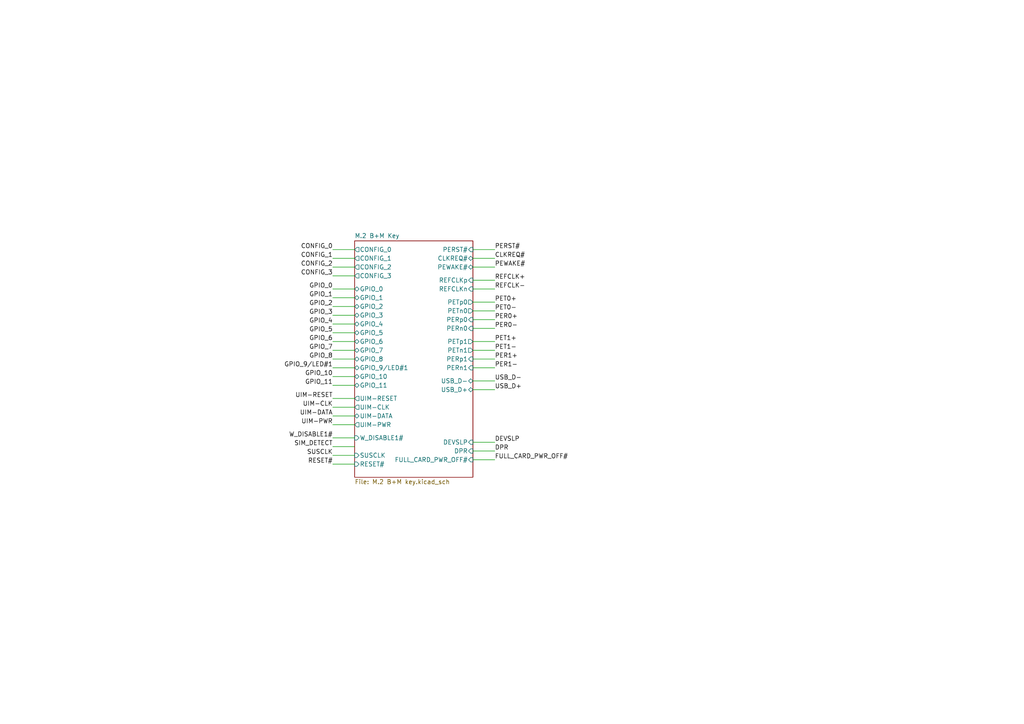
<source format=kicad_sch>
(kicad_sch
	(version 20250114)
	(generator "eeschema")
	(generator_version "9.0")
	(uuid "99c03190-ad99-4b1f-8f22-805ba5f522f9")
	(paper "A4")
	(lib_symbols)
	(wire
		(pts
			(xy 137.16 106.68) (xy 143.51 106.68)
		)
		(stroke
			(width 0)
			(type default)
		)
		(uuid "01624cc3-2b32-4410-bd45-93fb87d3acd3")
	)
	(wire
		(pts
			(xy 137.16 81.28) (xy 143.51 81.28)
		)
		(stroke
			(width 0)
			(type default)
		)
		(uuid "036c5c53-18a5-48ac-b56a-09e27d040084")
	)
	(wire
		(pts
			(xy 96.52 83.82) (xy 102.87 83.82)
		)
		(stroke
			(width 0)
			(type default)
		)
		(uuid "095bda70-e6e7-488e-bf48-471d820503e3")
	)
	(wire
		(pts
			(xy 96.52 74.93) (xy 102.87 74.93)
		)
		(stroke
			(width 0)
			(type default)
		)
		(uuid "124e2298-d667-4377-91d2-6298d7bd8340")
	)
	(wire
		(pts
			(xy 96.52 93.98) (xy 102.87 93.98)
		)
		(stroke
			(width 0)
			(type default)
		)
		(uuid "1523af17-612e-4729-97dd-84fca5a20d67")
	)
	(wire
		(pts
			(xy 137.16 110.49) (xy 143.51 110.49)
		)
		(stroke
			(width 0)
			(type default)
		)
		(uuid "23fdfd6c-2871-4a8f-ab06-d92386225f63")
	)
	(wire
		(pts
			(xy 96.52 120.65) (xy 102.87 120.65)
		)
		(stroke
			(width 0)
			(type default)
		)
		(uuid "2ec27555-7942-453b-a5bd-445c73234963")
	)
	(wire
		(pts
			(xy 137.16 83.82) (xy 143.51 83.82)
		)
		(stroke
			(width 0)
			(type default)
		)
		(uuid "3802b88b-c6a6-416a-84e4-8b7dd1d15d25")
	)
	(wire
		(pts
			(xy 137.16 128.27) (xy 143.51 128.27)
		)
		(stroke
			(width 0)
			(type default)
		)
		(uuid "3d4db228-efce-4f84-b840-e42565f82266")
	)
	(wire
		(pts
			(xy 137.16 90.17) (xy 143.51 90.17)
		)
		(stroke
			(width 0)
			(type default)
		)
		(uuid "5180ea86-0f4c-49b7-8a78-e599eb38f420")
	)
	(wire
		(pts
			(xy 96.52 91.44) (xy 102.87 91.44)
		)
		(stroke
			(width 0)
			(type default)
		)
		(uuid "55aa16c1-3436-45f7-86ca-9265a7702bbe")
	)
	(wire
		(pts
			(xy 96.52 134.62) (xy 102.87 134.62)
		)
		(stroke
			(width 0)
			(type default)
		)
		(uuid "5a3f627e-5516-4347-813b-7cd8bb2610a4")
	)
	(wire
		(pts
			(xy 96.52 129.54) (xy 102.87 129.54)
		)
		(stroke
			(width 0)
			(type default)
		)
		(uuid "5cbde122-3bbf-47cb-96c6-2bd1c795146a")
	)
	(wire
		(pts
			(xy 137.16 130.81) (xy 143.51 130.81)
		)
		(stroke
			(width 0)
			(type default)
		)
		(uuid "5edb0a11-1dcf-423c-87b1-cef3dbeac7de")
	)
	(wire
		(pts
			(xy 96.52 72.39) (xy 102.87 72.39)
		)
		(stroke
			(width 0)
			(type default)
		)
		(uuid "5f0a8053-d33f-4053-9d5c-394eb9f75b54")
	)
	(wire
		(pts
			(xy 96.52 101.6) (xy 102.87 101.6)
		)
		(stroke
			(width 0)
			(type default)
		)
		(uuid "5f7d521d-d613-4741-87cd-d675a4d85196")
	)
	(wire
		(pts
			(xy 96.52 80.01) (xy 102.87 80.01)
		)
		(stroke
			(width 0)
			(type default)
		)
		(uuid "6678dc21-69dd-4784-b20b-8926fc9d389c")
	)
	(wire
		(pts
			(xy 137.16 104.14) (xy 143.51 104.14)
		)
		(stroke
			(width 0)
			(type default)
		)
		(uuid "6bdf8c33-6321-4634-a5a0-e72164f4028b")
	)
	(wire
		(pts
			(xy 96.52 106.68) (xy 102.87 106.68)
		)
		(stroke
			(width 0)
			(type default)
		)
		(uuid "6c63b329-6cfc-45c5-88c1-3f1f82e719c6")
	)
	(wire
		(pts
			(xy 137.16 77.47) (xy 143.51 77.47)
		)
		(stroke
			(width 0)
			(type default)
		)
		(uuid "6ca19416-e4b8-44a0-8a78-4b9ccf057355")
	)
	(wire
		(pts
			(xy 96.52 99.06) (xy 102.87 99.06)
		)
		(stroke
			(width 0)
			(type default)
		)
		(uuid "72e0e8fe-873f-4eae-9602-10ac782549de")
	)
	(wire
		(pts
			(xy 96.52 123.19) (xy 102.87 123.19)
		)
		(stroke
			(width 0)
			(type default)
		)
		(uuid "73ebfd8c-ca69-4ba5-969f-5b21ff08d3ba")
	)
	(wire
		(pts
			(xy 137.16 113.03) (xy 143.51 113.03)
		)
		(stroke
			(width 0)
			(type default)
		)
		(uuid "7eaf9fc7-15cf-490f-b597-cbe27e036c2f")
	)
	(wire
		(pts
			(xy 96.52 77.47) (xy 102.87 77.47)
		)
		(stroke
			(width 0)
			(type default)
		)
		(uuid "7ff6a030-2aa1-49a0-9fd8-d24c69864ac2")
	)
	(wire
		(pts
			(xy 137.16 74.93) (xy 143.51 74.93)
		)
		(stroke
			(width 0)
			(type default)
		)
		(uuid "816965a2-dec0-4446-b5e8-bb4bd8081933")
	)
	(wire
		(pts
			(xy 137.16 72.39) (xy 143.51 72.39)
		)
		(stroke
			(width 0)
			(type default)
		)
		(uuid "818a658a-0a8f-423e-b0bc-a039c892ecdc")
	)
	(wire
		(pts
			(xy 96.52 96.52) (xy 102.87 96.52)
		)
		(stroke
			(width 0)
			(type default)
		)
		(uuid "9105e1cd-8c60-4b2f-8975-5df78039adca")
	)
	(wire
		(pts
			(xy 96.52 111.76) (xy 102.87 111.76)
		)
		(stroke
			(width 0)
			(type default)
		)
		(uuid "93eba150-ddb3-4b1f-b15e-f55b2171416e")
	)
	(wire
		(pts
			(xy 96.52 127) (xy 102.87 127)
		)
		(stroke
			(width 0)
			(type default)
		)
		(uuid "9411bfb8-8259-4475-af61-27e835234fe7")
	)
	(wire
		(pts
			(xy 137.16 87.63) (xy 143.51 87.63)
		)
		(stroke
			(width 0)
			(type default)
		)
		(uuid "9bf4d716-cc41-4109-af25-0334c6b8785c")
	)
	(wire
		(pts
			(xy 137.16 101.6) (xy 143.51 101.6)
		)
		(stroke
			(width 0)
			(type default)
		)
		(uuid "a51e9485-e305-42d7-835e-4bcd02f777c1")
	)
	(wire
		(pts
			(xy 96.52 88.9) (xy 102.87 88.9)
		)
		(stroke
			(width 0)
			(type default)
		)
		(uuid "b8f7099f-11b2-49ca-835d-7b71542bd37a")
	)
	(wire
		(pts
			(xy 96.52 104.14) (xy 102.87 104.14)
		)
		(stroke
			(width 0)
			(type default)
		)
		(uuid "b9ceda5a-ab0d-4a5c-955f-276e578d392a")
	)
	(wire
		(pts
			(xy 137.16 95.25) (xy 143.51 95.25)
		)
		(stroke
			(width 0)
			(type default)
		)
		(uuid "bdba23d1-460b-4d33-ba44-4bca429d32c2")
	)
	(wire
		(pts
			(xy 137.16 133.35) (xy 143.51 133.35)
		)
		(stroke
			(width 0)
			(type default)
		)
		(uuid "c5f95ea9-0d69-4fe7-88d0-fa8f7f0117a8")
	)
	(wire
		(pts
			(xy 137.16 99.06) (xy 143.51 99.06)
		)
		(stroke
			(width 0)
			(type default)
		)
		(uuid "c63e1794-c152-4bcd-9e15-56a12d0b96d1")
	)
	(wire
		(pts
			(xy 96.52 86.36) (xy 102.87 86.36)
		)
		(stroke
			(width 0)
			(type default)
		)
		(uuid "d0f279e3-37e2-4527-8b13-a3ed88176ec2")
	)
	(wire
		(pts
			(xy 96.52 118.11) (xy 102.87 118.11)
		)
		(stroke
			(width 0)
			(type default)
		)
		(uuid "e118f120-dfc8-4235-bd52-66c3a6d1a712")
	)
	(wire
		(pts
			(xy 96.52 132.08) (xy 102.87 132.08)
		)
		(stroke
			(width 0)
			(type default)
		)
		(uuid "ec9515e3-40fa-4192-aad6-2c875459cedc")
	)
	(wire
		(pts
			(xy 137.16 92.71) (xy 143.51 92.71)
		)
		(stroke
			(width 0)
			(type default)
		)
		(uuid "f32f9a71-85c2-4cf0-be3a-4c327acd87b8")
	)
	(wire
		(pts
			(xy 96.52 115.57) (xy 102.87 115.57)
		)
		(stroke
			(width 0)
			(type default)
		)
		(uuid "f5b828ed-df44-4bd9-a060-e1abba0c3ff4")
	)
	(wire
		(pts
			(xy 96.52 109.22) (xy 102.87 109.22)
		)
		(stroke
			(width 0)
			(type default)
		)
		(uuid "fb355e75-b5ef-4ee0-b338-0707f4ba0e81")
	)
	(label "PER1+"
		(at 143.51 104.14 0)
		(effects
			(font
				(size 1.27 1.27)
			)
			(justify left bottom)
		)
		(uuid "025bfd4a-230a-454e-ac9e-7bbc0c9fb8e9")
	)
	(label "GPIO_10"
		(at 96.52 109.22 180)
		(effects
			(font
				(size 1.27 1.27)
			)
			(justify right bottom)
		)
		(uuid "16c599f0-17fc-4f77-a3db-af00ad11434c")
	)
	(label "GPIO_1"
		(at 96.52 86.36 180)
		(effects
			(font
				(size 1.27 1.27)
			)
			(justify right bottom)
		)
		(uuid "1f796632-df5c-4637-9499-9b3892ddc8bd")
	)
	(label "UIM-DATA"
		(at 96.52 120.65 180)
		(effects
			(font
				(size 1.27 1.27)
			)
			(justify right bottom)
		)
		(uuid "2a647b71-06d7-4959-aab9-46fa0ccd4078")
	)
	(label "CONFIG_0"
		(at 96.52 72.39 180)
		(effects
			(font
				(size 1.27 1.27)
			)
			(justify right bottom)
		)
		(uuid "2ca3ca42-e5bd-422e-bbfc-a89df02514c9")
	)
	(label "DEVSLP"
		(at 143.51 128.27 0)
		(effects
			(font
				(size 1.27 1.27)
			)
			(justify left bottom)
		)
		(uuid "2fb21e04-775c-4cd3-8a3a-9fb3f441e013")
	)
	(label "RESET#"
		(at 96.52 134.62 180)
		(effects
			(font
				(size 1.27 1.27)
			)
			(justify right bottom)
		)
		(uuid "341f226b-494c-4624-b19a-354c81b63f0b")
	)
	(label "FULL_CARD_PWR_OFF#"
		(at 143.51 133.35 0)
		(effects
			(font
				(size 1.27 1.27)
			)
			(justify left bottom)
		)
		(uuid "3b5b8ac9-1e2e-4fe1-a058-9592d2935054")
	)
	(label "GPIO_4"
		(at 96.52 93.98 180)
		(effects
			(font
				(size 1.27 1.27)
			)
			(justify right bottom)
		)
		(uuid "3e076932-94c4-40c7-9935-9ce37e6f2691")
	)
	(label "USB_D+"
		(at 143.51 113.03 0)
		(effects
			(font
				(size 1.27 1.27)
			)
			(justify left bottom)
		)
		(uuid "5273148a-20fd-4c0c-9a45-45db398913ac")
	)
	(label "USB_D-"
		(at 143.51 110.49 0)
		(effects
			(font
				(size 1.27 1.27)
			)
			(justify left bottom)
		)
		(uuid "535d7ad5-79e1-4bfa-9686-e64e924e2f99")
	)
	(label "CLKREQ#"
		(at 143.51 74.93 0)
		(effects
			(font
				(size 1.27 1.27)
			)
			(justify left bottom)
		)
		(uuid "6146c2ce-ab81-49de-bda3-bef32057d536")
	)
	(label "GPIO_8"
		(at 96.52 104.14 180)
		(effects
			(font
				(size 1.27 1.27)
			)
			(justify right bottom)
		)
		(uuid "6619ca63-a075-4536-b907-36fefe9741bb")
	)
	(label "PER1-"
		(at 143.51 106.68 0)
		(effects
			(font
				(size 1.27 1.27)
			)
			(justify left bottom)
		)
		(uuid "69b7fb2a-f20a-46f4-84d8-3b1fa4c5579e")
	)
	(label "DPR"
		(at 143.51 130.81 0)
		(effects
			(font
				(size 1.27 1.27)
			)
			(justify left bottom)
		)
		(uuid "73a9e4b1-7515-445f-9eff-4d360cb7e27e")
	)
	(label "W_DISABLE1#"
		(at 96.52 127 180)
		(effects
			(font
				(size 1.27 1.27)
			)
			(justify right bottom)
		)
		(uuid "73af63f7-9fbf-4f32-a8de-7fa934d02d75")
	)
	(label "UIM-RESET"
		(at 96.52 115.57 180)
		(effects
			(font
				(size 1.27 1.27)
			)
			(justify right bottom)
		)
		(uuid "7cb6fc15-cf10-4051-b691-d6e7e56b5a71")
	)
	(label "PERST#"
		(at 143.51 72.39 0)
		(effects
			(font
				(size 1.27 1.27)
			)
			(justify left bottom)
		)
		(uuid "8584ad21-9d95-478f-bffb-13cb5cfc56b9")
	)
	(label "REFCLK+"
		(at 143.51 81.28 0)
		(effects
			(font
				(size 1.27 1.27)
			)
			(justify left bottom)
		)
		(uuid "88fba9fb-3f20-41e3-91ea-ee9c3edc9317")
	)
	(label "PET1-"
		(at 143.51 101.6 0)
		(effects
			(font
				(size 1.27 1.27)
			)
			(justify left bottom)
		)
		(uuid "8b5d2490-8037-4d3f-a1e8-0d1ea2a16d85")
	)
	(label "REFCLK-"
		(at 143.51 83.82 0)
		(effects
			(font
				(size 1.27 1.27)
			)
			(justify left bottom)
		)
		(uuid "8b81d587-061c-4af2-8997-82f059168b44")
	)
	(label "PET1+"
		(at 143.51 99.06 0)
		(effects
			(font
				(size 1.27 1.27)
			)
			(justify left bottom)
		)
		(uuid "99ba7f15-7f4a-4b94-8220-f6f508c2a736")
	)
	(label "SUSCLK"
		(at 96.52 132.08 180)
		(effects
			(font
				(size 1.27 1.27)
			)
			(justify right bottom)
		)
		(uuid "9d5ed827-b611-4e17-a652-0cbbe769b857")
	)
	(label "UIM-PWR"
		(at 96.52 123.19 180)
		(effects
			(font
				(size 1.27 1.27)
			)
			(justify right bottom)
		)
		(uuid "9fa2eb8e-379d-4c96-9191-94ba0e9001f5")
	)
	(label "GPIO_7"
		(at 96.52 101.6 180)
		(effects
			(font
				(size 1.27 1.27)
			)
			(justify right bottom)
		)
		(uuid "a8e41852-7e10-49e8-86c2-3c28479bd523")
	)
	(label "PER0-"
		(at 143.51 95.25 0)
		(effects
			(font
				(size 1.27 1.27)
			)
			(justify left bottom)
		)
		(uuid "a92ab4e8-79c0-4b38-9d91-e0a34300791c")
	)
	(label "CONFIG_3"
		(at 96.52 80.01 180)
		(effects
			(font
				(size 1.27 1.27)
			)
			(justify right bottom)
		)
		(uuid "a9604d2e-1a17-4efe-977a-d3b40645289f")
	)
	(label "PER0+"
		(at 143.51 92.71 0)
		(effects
			(font
				(size 1.27 1.27)
			)
			(justify left bottom)
		)
		(uuid "ad4d301b-4010-4f3f-9fca-d447df9fead8")
	)
	(label "GPIO_0"
		(at 96.52 83.82 180)
		(effects
			(font
				(size 1.27 1.27)
			)
			(justify right bottom)
		)
		(uuid "b2fd99c9-bb8a-4dde-9f32-bef86a91f8e5")
	)
	(label "UIM-CLK"
		(at 96.52 118.11 180)
		(effects
			(font
				(size 1.27 1.27)
			)
			(justify right bottom)
		)
		(uuid "b44aea35-c978-4e6e-b697-f140300ddc26")
	)
	(label "CONFIG_2"
		(at 96.52 77.47 180)
		(effects
			(font
				(size 1.27 1.27)
			)
			(justify right bottom)
		)
		(uuid "c28989bf-d879-4abc-95c6-34e0d8014dd9")
	)
	(label "GPIO_11"
		(at 96.52 111.76 180)
		(effects
			(font
				(size 1.27 1.27)
			)
			(justify right bottom)
		)
		(uuid "c4f425f8-46a2-4586-b7bd-e27d9d91083a")
	)
	(label "GPIO_2"
		(at 96.52 88.9 180)
		(effects
			(font
				(size 1.27 1.27)
			)
			(justify right bottom)
		)
		(uuid "cd92f8aa-c6fd-40e0-8334-3d5bfce31425")
	)
	(label "PEWAKE#"
		(at 143.51 77.47 0)
		(effects
			(font
				(size 1.27 1.27)
			)
			(justify left bottom)
		)
		(uuid "d8905b64-46fc-4afc-9df0-66e8a95606d6")
	)
	(label "PET0-"
		(at 143.51 90.17 0)
		(effects
			(font
				(size 1.27 1.27)
			)
			(justify left bottom)
		)
		(uuid "d8e214b2-cc84-46cf-b48e-5f6deff5d9c6")
	)
	(label "CONFIG_1"
		(at 96.52 74.93 180)
		(effects
			(font
				(size 1.27 1.27)
			)
			(justify right bottom)
		)
		(uuid "dacf749a-c65c-4493-a37a-15aa25931926")
	)
	(label "PET0+"
		(at 143.51 87.63 0)
		(effects
			(font
				(size 1.27 1.27)
			)
			(justify left bottom)
		)
		(uuid "e2281d96-992f-49d6-b626-d4e7ac00e2b0")
	)
	(label "GPIO_6"
		(at 96.52 99.06 180)
		(effects
			(font
				(size 1.27 1.27)
			)
			(justify right bottom)
		)
		(uuid "e3c3bfd4-7a5e-4cb2-aa63-2f31eabea447")
	)
	(label "SIM_DETECT"
		(at 96.52 129.54 180)
		(effects
			(font
				(size 1.27 1.27)
			)
			(justify right bottom)
		)
		(uuid "e959f965-b168-4d11-ae32-3d31bfd32ecc")
	)
	(label "GPIO_5"
		(at 96.52 96.52 180)
		(effects
			(font
				(size 1.27 1.27)
			)
			(justify right bottom)
		)
		(uuid "ee5e664b-8f28-453f-b58e-7d9caf1b8144")
	)
	(label "GPIO_9{slash}LED#1"
		(at 96.52 106.68 180)
		(effects
			(font
				(size 1.27 1.27)
			)
			(justify right bottom)
		)
		(uuid "f5c95caf-aab4-41d8-ba0c-550774dbd473")
	)
	(label "GPIO_3"
		(at 96.52 91.44 180)
		(effects
			(font
				(size 1.27 1.27)
			)
			(justify right bottom)
		)
		(uuid "f8418891-90ef-45ed-838b-f6dd2a49f3e3")
	)
	(sheet
		(at 102.87 69.85)
		(size 34.29 68.58)
		(exclude_from_sim no)
		(in_bom yes)
		(on_board yes)
		(dnp no)
		(fields_autoplaced yes)
		(stroke
			(width 0.1524)
			(type solid)
		)
		(fill
			(color 0 0 0 0.0000)
		)
		(uuid "8211a040-5fc8-487a-a321-b69e7b3bc300")
		(property "Sheetname" "M.2 B+M Key"
			(at 102.87 69.1384 0)
			(effects
				(font
					(size 1.27 1.27)
				)
				(justify left bottom)
			)
		)
		(property "Sheetfile" "M.2 B+M key.kicad_sch"
			(at 102.87 139.0146 0)
			(effects
				(font
					(size 1.27 1.27)
				)
				(justify left top)
			)
		)
		(pin "GPIO_9/LED#1" bidirectional
			(at 102.87 106.68 180)
			(uuid "7d9c3488-3bf0-47e6-ab64-05131b3be9b8")
			(effects
				(font
					(size 1.27 1.27)
				)
				(justify left)
			)
		)
		(pin "GPIO_0" bidirectional
			(at 102.87 83.82 180)
			(uuid "16e7f4bf-508f-4bcf-a3e0-6344fdf7d941")
			(effects
				(font
					(size 1.27 1.27)
				)
				(justify left)
			)
		)
		(pin "UIM-RESET" output
			(at 102.87 115.57 180)
			(uuid "ee32ce8d-6011-4743-8116-99fbad38f7d0")
			(effects
				(font
					(size 1.27 1.27)
				)
				(justify left)
			)
		)
		(pin "UIM-DATA" bidirectional
			(at 102.87 120.65 180)
			(uuid "c86ca1e8-45ad-4ea4-861f-286f3e518725")
			(effects
				(font
					(size 1.27 1.27)
				)
				(justify left)
			)
		)
		(pin "GPIO_3" bidirectional
			(at 102.87 91.44 180)
			(uuid "ab6f8edf-17fc-41e7-8b2f-8baae866376f")
			(effects
				(font
					(size 1.27 1.27)
				)
				(justify left)
			)
		)
		(pin "GPIO_5" bidirectional
			(at 102.87 96.52 180)
			(uuid "a06d0f24-5f4a-46ce-aa54-8c6d7b39f8fa")
			(effects
				(font
					(size 1.27 1.27)
				)
				(justify left)
			)
		)
		(pin "CONFIG_1" output
			(at 102.87 74.93 180)
			(uuid "d15ef7c9-fa3c-4d1a-8096-f2c555d66b28")
			(effects
				(font
					(size 1.27 1.27)
				)
				(justify left)
			)
		)
		(pin "CONFIG_2" output
			(at 102.87 77.47 180)
			(uuid "028b38da-e13c-4b37-af36-26136b7887ea")
			(effects
				(font
					(size 1.27 1.27)
				)
				(justify left)
			)
		)
		(pin "PERn1" input
			(at 137.16 106.68 0)
			(uuid "5119fdfc-1706-409f-9220-7a97d88ac0e5")
			(effects
				(font
					(size 1.27 1.27)
				)
				(justify right)
			)
		)
		(pin "PETn1" output
			(at 137.16 101.6 0)
			(uuid "2dca0dc4-9eac-46f3-bf2a-fb9d8a06bf17")
			(effects
				(font
					(size 1.27 1.27)
				)
				(justify right)
			)
		)
		(pin "DPR" input
			(at 137.16 130.81 0)
			(uuid "a592be44-47c9-4984-b695-035d1785f040")
			(effects
				(font
					(size 1.27 1.27)
				)
				(justify right)
			)
		)
		(pin "GPIO_10" bidirectional
			(at 102.87 109.22 180)
			(uuid "71aea308-2d3b-4dc6-a4c8-60a9768ff361")
			(effects
				(font
					(size 1.27 1.27)
				)
				(justify left)
			)
		)
		(pin "UIM-PWR" output
			(at 102.87 123.19 180)
			(uuid "d1ec0e4f-4e44-4e9f-a870-938c76c6df61")
			(effects
				(font
					(size 1.27 1.27)
				)
				(justify left)
			)
		)
		(pin "GPIO_7" bidirectional
			(at 102.87 101.6 180)
			(uuid "9392e556-d74a-4ed5-a659-a8de6be7bbf4")
			(effects
				(font
					(size 1.27 1.27)
				)
				(justify left)
			)
		)
		(pin "REFCLKp" input
			(at 137.16 81.28 0)
			(uuid "224450ab-f8b6-49af-ada8-b80daeed82c9")
			(effects
				(font
					(size 1.27 1.27)
				)
				(justify right)
			)
		)
		(pin "DEVSLP" input
			(at 137.16 128.27 0)
			(uuid "a09fed23-dd8a-4c14-a6e7-55deae04a694")
			(effects
				(font
					(size 1.27 1.27)
				)
				(justify right)
			)
		)
		(pin "PERn0" input
			(at 137.16 95.25 0)
			(uuid "486d0ce3-5d72-44f4-935a-15f179f08dba")
			(effects
				(font
					(size 1.27 1.27)
				)
				(justify right)
			)
		)
		(pin "GPIO_1" bidirectional
			(at 102.87 86.36 180)
			(uuid "2e2c5f79-5bcd-416e-bf89-ab095e069128")
			(effects
				(font
					(size 1.27 1.27)
				)
				(justify left)
			)
		)
		(pin "GPIO_4" bidirectional
			(at 102.87 93.98 180)
			(uuid "16de8f9f-1909-42be-b6c6-9596eb1bbbe5")
			(effects
				(font
					(size 1.27 1.27)
				)
				(justify left)
			)
		)
		(pin "PETp0" output
			(at 137.16 87.63 0)
			(uuid "2fd2782e-c5aa-4755-b351-42dc9ec5cfe5")
			(effects
				(font
					(size 1.27 1.27)
				)
				(justify right)
			)
		)
		(pin "CONFIG_0" output
			(at 102.87 72.39 180)
			(uuid "8dd40a86-fcb6-4482-bd4f-179d1c0af35d")
			(effects
				(font
					(size 1.27 1.27)
				)
				(justify left)
			)
		)
		(pin "PERp0" input
			(at 137.16 92.71 0)
			(uuid "c26499cb-8c44-4d7f-9703-4ac951befae1")
			(effects
				(font
					(size 1.27 1.27)
				)
				(justify right)
			)
		)
		(pin "PETn0" output
			(at 137.16 90.17 0)
			(uuid "3acf0df0-b6d1-4101-98c0-d57ece793138")
			(effects
				(font
					(size 1.27 1.27)
				)
				(justify right)
			)
		)
		(pin "REFCLKn" input
			(at 137.16 83.82 0)
			(uuid "f4b4fd88-54a1-41bd-bc98-e4d05a6b4aba")
			(effects
				(font
					(size 1.27 1.27)
				)
				(justify right)
			)
		)
		(pin "SUSCLK" input
			(at 102.87 132.08 180)
			(uuid "97d3e5c4-2284-4f33-afe6-9939b8d550de")
			(effects
				(font
					(size 1.27 1.27)
				)
				(justify left)
			)
		)
		(pin "PETp1" output
			(at 137.16 99.06 0)
			(uuid "4ffc551b-003a-4751-bbb3-9368c9ffc1ac")
			(effects
				(font
					(size 1.27 1.27)
				)
				(justify right)
			)
		)
		(pin "USB_D+" bidirectional
			(at 137.16 113.03 0)
			(uuid "d9ae6e6e-7a33-453e-9aff-3379b1564ee3")
			(effects
				(font
					(size 1.27 1.27)
				)
				(justify right)
			)
		)
		(pin "FULL_CARD_PWR_OFF#" input
			(at 137.16 133.35 0)
			(uuid "556a2f21-c26d-410a-8168-17623b7c207e")
			(effects
				(font
					(size 1.27 1.27)
				)
				(justify right)
			)
		)
		(pin "GPIO_8" bidirectional
			(at 102.87 104.14 180)
			(uuid "d65cafbb-b240-4cfd-b7b6-98405a5a7d34")
			(effects
				(font
					(size 1.27 1.27)
				)
				(justify left)
			)
		)
		(pin "W_DISABLE1#" input
			(at 102.87 127 180)
			(uuid "2e54cde7-aa0f-4448-8086-cd654a64d37c")
			(effects
				(font
					(size 1.27 1.27)
				)
				(justify left)
			)
		)
		(pin "USB_D-" bidirectional
			(at 137.16 110.49 0)
			(uuid "0718eb14-9e2b-423c-af47-0d24c9ec4f8b")
			(effects
				(font
					(size 1.27 1.27)
				)
				(justify right)
			)
		)
		(pin "PERp1" input
			(at 137.16 104.14 0)
			(uuid "99bfb239-a92c-4132-bf59-b076d294ddcd")
			(effects
				(font
					(size 1.27 1.27)
				)
				(justify right)
			)
		)
		(pin "GPIO_2" bidirectional
			(at 102.87 88.9 180)
			(uuid "37ba5a7d-026f-413e-be23-7c56a5f152e1")
			(effects
				(font
					(size 1.27 1.27)
				)
				(justify left)
			)
		)
		(pin "RESET#" input
			(at 102.87 134.62 180)
			(uuid "de0581b0-1b4c-4946-abc1-6d54451b898a")
			(effects
				(font
					(size 1.27 1.27)
				)
				(justify left)
			)
		)
		(pin "PERST#" input
			(at 137.16 72.39 0)
			(uuid "886a63b6-0522-4463-a79b-7461007f8fc5")
			(effects
				(font
					(size 1.27 1.27)
				)
				(justify right)
			)
		)
		(pin "CONFIG_3" output
			(at 102.87 80.01 180)
			(uuid "93483f76-cce1-44aa-a5df-01741c216b1a")
			(effects
				(font
					(size 1.27 1.27)
				)
				(justify left)
			)
		)
		(pin "GPIO_11" bidirectional
			(at 102.87 111.76 180)
			(uuid "03fcff1a-8a7c-48ee-a952-4a479a185dea")
			(effects
				(font
					(size 1.27 1.27)
				)
				(justify left)
			)
		)
		(pin "UIM-CLK" output
			(at 102.87 118.11 180)
			(uuid "f9e2dd68-f64d-4e22-8ada-8c7816361518")
			(effects
				(font
					(size 1.27 1.27)
				)
				(justify left)
			)
		)
		(pin "PEWAKE#" bidirectional
			(at 137.16 77.47 0)
			(uuid "5cf62b0e-62ff-4809-b20d-9bf39d0b6181")
			(effects
				(font
					(size 1.27 1.27)
				)
				(justify right)
			)
		)
		(pin "CLKREQ#" bidirectional
			(at 137.16 74.93 0)
			(uuid "d74ccf7b-33d0-4869-9aac-15af72759e34")
			(effects
				(font
					(size 1.27 1.27)
				)
				(justify right)
			)
		)
		(pin "GPIO_6" bidirectional
			(at 102.87 99.06 180)
			(uuid "a27aff40-784c-41e2-9e32-657655c15a45")
			(effects
				(font
					(size 1.27 1.27)
				)
				(justify left)
			)
		)
		(instances
			(project "M.2 B+M Key 3030"
				(path "/99c03190-ad99-4b1f-8f22-805ba5f522f9"
					(page "2")
				)
			)
		)
	)
	(sheet_instances
		(path "/"
			(page "1")
		)
	)
	(embedded_fonts no)
)

</source>
